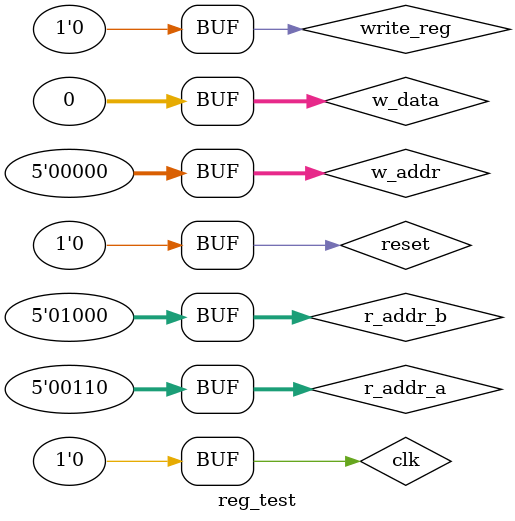
<source format=v>
`timescale 1ns / 10ps


module reg_test;

	// Inputs
	reg [4:0] r_addr_a;
	reg [4:0] r_addr_b;
	reg write_reg;
	reg [4:0] w_addr;
	reg [31:0] w_data;
	
	reg clk;
	reg reset;
	
	// Outputs
	wire [31:0] r_data_a;
	wire [31:0] r_data_b;
	
	// Instantiate the Unit Under Test (UUT)
	reg_module uut (
		.r_addr_a(r_addr_a), 
		.r_addr_b(r_addr_b), 
		.write_reg(write_reg), 
		.w_addr(w_addr), 
		.w_data(w_data), 
		.r_data_a(r_data_a), 
		.r_data_b(r_data_b),
		.clk(clk),
		.reset(reset)
	);
	
	initial begin
		// Initialize Inputs
		r_addr_a = 0;
		r_addr_b = 0;
		write_reg = 0;
		w_addr = 0;
		w_data = 0;
		clk=0;
		reset=0;


		// Wait 100 ns for global reset to finish
		
		//write somthing
		#25;clk=~clk;write_reg=1;
		#25;w_addr=2;w_data=32'hffff;
		#25;clk=~clk;
		#25;w_addr=4;w_data=32'h7777;
		
		#25;clk=~clk;
		#25;w_addr=6;w_data=32'h1111;
		#25;clk=~clk;
		#25;w_addr=8;w_data=32'h3333;
	    
		//read
		#25;clk=~clk;
		#25;write_reg=0;w_addr=0;w_data=0;r_addr_a=2;r_addr_b=4;
		#25;clk=~clk;
		#25;r_addr_a=6;r_addr_b=8;
		
		//write
		#25;reset=~reset;clk=~clk;write_reg=1;
		#25;reset=~reset;w_addr=1;w_data=32'h1212;
		#25;clk=~clk;
		#25;w_addr=3;w_data=32'h8989;
		
		#25;clk=~clk;
		#25;w_addr=5;w_data=32'haaaa;
		#25;clk=~clk;
		#25;w_addr=7;w_data=32'hcccc;
		
		//read
		#25;clk=~clk;
		#25;write_reg=0;w_addr=0;w_data=0;r_addr_a=1;r_addr_b=3;
		#25;clk=~clk;
		#25;r_addr_a=5;r_addr_b=7;
		#25;clk=~clk;
		//show the function of reseting
		#25;r_addr_a=2;r_addr_b=4;
		#25;clk=~clk;
		#25;r_addr_a=6;r_addr_b=8;
		
		// Add stimulus here
		
		end
  
endmodule


</source>
